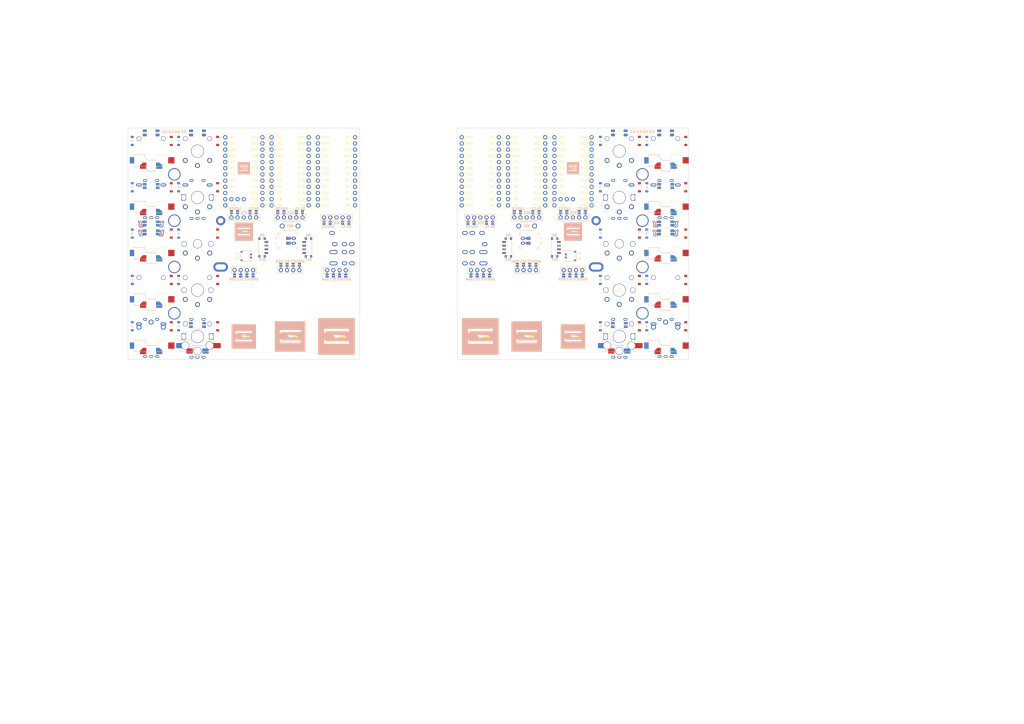
<source format=kicad_pcb>
(kicad_pcb (version 20240108) (generator "ergogen") (generator_version "4.1.0")
  (title_block (title "choc_demo") (date "2024-11-26") (rev "0.1") (company "Unknown"))
  (layers (0 "F.Cu" signal) (31 "B.Cu" signal) (34 "B.Paste" user) (35 "F.Paste" user) (36 "B.SilkS" user "B.Silkscreen") (37 "F.SilkS" user "F.Silkscreen") (38 "B.Mask" user) (39 "F.Mask" user) (44 "Edge.Cuts" user))
  (net 0 "")
  (net 1 "c1")
  (net 2 "c1_r1")
  (net 3 "GND")
  (net 4 "D1")
  (net 5 "D2")
  (net 6 "mirror_c1_r1")
  (net 7 "c1_r2")
  (net 8 "mirror_c1_r2")
  (net 9 "c1_r3")
  (net 10 "mirror_c1_r3")
  (net 11 "c1_r4")
  (net 12 "mirror_c1_r4")
  (net 13 "c1_r5")
  (net 14 "mirror_c1_r5")
  (net 15 "c2")
  (net 16 "c2_r1")
  (net 17 "mirror_c2_r1")
  (net 18 "c2_r2")
  (net 19 "mirror_c2_r2")
  (net 20 "c2_r3")
  (net 21 "mirror_c2_r3")
  (net 22 "c2_r4")
  (net 23 "r4")
  (net 24 "mirror_c2_r4")
  (net 25 "c2_r5")
  (net 26 "LED_3")
  (net 27 "LED_2")
  (net 28 "mirror_c2_r5")
  (net 29 "r5")
  (net 30 "r3")
  (net 31 "r2")
  (net 32 "r1")
  (net 33 "VCC")
  (net 34 "LED_U_1")
  (net 35 "LED")
  (net 36 "RAW")
  (net 37 "RST")
  (net 38 "P21")
  (net 39 "P20")
  (net 40 "P19")
  (net 41 "P18")
  (net 42 "P15")
  (net 43 "P14")
  (net 44 "P16")
  (net 45 "P10")
  (net 46 "P1")
  (net 47 "P0")
  (net 48 "P2")
  (net 49 "P3")
  (net 50 "P4")
  (net 51 "P5")
  (net 52 "P6")
  (net 53 "P7")
  (net 54 "P8")
  (net 55 "P9")
  (net 56 "P101")
  (net 57 "P102")
  (net 58 "P107")
  (net 59 "MCU1_24")
  (net 60 "MCU1_1")
  (net 61 "MCU1_23")
  (net 62 "MCU1_2")
  (net 63 "MCU1_22")
  (net 64 "MCU1_3")
  (net 65 "MCU1_21")
  (net 66 "MCU1_4")
  (net 67 "MCU1_20")
  (net 68 "MCU1_5")
  (net 69 "MCU1_19")
  (net 70 "MCU1_6")
  (net 71 "MCU1_18")
  (net 72 "MCU1_7")
  (net 73 "MCU1_17")
  (net 74 "MCU1_8")
  (net 75 "MCU1_16")
  (net 76 "MCU1_9")
  (net 77 "MCU1_15")
  (net 78 "MCU1_10")
  (net 79 "MCU1_14")
  (net 80 "MCU1_11")
  (net 81 "MCU1_13")
  (net 82 "MCU1_12")
  (net 83 "MCU2_24")
  (net 84 "MCU2_1")
  (net 85 "MCU2_23")
  (net 86 "MCU2_2")
  (net 87 "MCU2_22")
  (net 88 "MCU2_3")
  (net 89 "MCU2_21")
  (net 90 "MCU2_4")
  (net 91 "MCU2_20")
  (net 92 "MCU2_5")
  (net 93 "MCU2_19")
  (net 94 "MCU2_6")
  (net 95 "MCU2_18")
  (net 96 "MCU2_7")
  (net 97 "MCU2_17")
  (net 98 "MCU2_8")
  (net 99 "MCU2_16")
  (net 100 "MCU2_9")
  (net 101 "MCU2_15")
  (net 102 "MCU2_10")
  (net 103 "MCU2_14")
  (net 104 "MCU2_11")
  (net 105 "MCU2_13")
  (net 106 "MCU2_12")
  (net 107 "SDA")
  (net 108 "SCL")
  (net 109 "CS")
  (net 110 "DISP1_1")
  (net 111 "DISP1_2")
  (net 112 "DISP1_4")
  (net 113 "DISP1_5")
  (net 114 "DISP2_1")
  (net 115 "DISP2_2")
  (net 116 "DISP2_4")
  (net 117 "DISP2_5")
  (net 118 "MCU3_24")
  (net 119 "MCU3_1")
  (net 120 "MCU3_23")
  (net 121 "MCU3_2")
  (net 122 "MCU3_22")
  (net 123 "MCU3_3")
  (net 124 "MCU3_21")
  (net 125 "MCU3_4")
  (net 126 "MCU3_20")
  (net 127 "MCU3_5")
  (net 128 "MCU3_19")
  (net 129 "MCU3_6")
  (net 130 "MCU3_18")
  (net 131 "MCU3_7")
  (net 132 "MCU3_17")
  (net 133 "MCU3_8")
  (net 134 "MCU3_16")
  (net 135 "MCU3_9")
  (net 136 "MCU3_15")
  (net 137 "MCU3_10")
  (net 138 "MCU3_14")
  (net 139 "MCU3_11")
  (net 140 "MCU3_13")
  (net 141 "MCU3_12")
  (net 142 "MCU4_24")
  (net 143 "MCU4_1")
  (net 144 "MCU4_23")
  (net 145 "MCU4_2")
  (net 146 "MCU4_22")
  (net 147 "MCU4_3")
  (net 148 "MCU4_21")
  (net 149 "MCU4_4")
  (net 150 "MCU4_20")
  (net 151 "MCU4_5")
  (net 152 "MCU4_19")
  (net 153 "MCU4_6")
  (net 154 "MCU4_18")
  (net 155 "MCU4_7")
  (net 156 "MCU4_17")
  (net 157 "MCU4_8")
  (net 158 "MCU4_16")
  (net 159 "MCU4_9")
  (net 160 "MCU4_15")
  (net 161 "MCU4_10")
  (net 162 "MCU4_14")
  (net 163 "MCU4_11")
  (net 164 "MCU4_13")
  (net 165 "MCU4_12")
  (net 166 "DISP3_1")
  (net 167 "DISP3_2")
  (net 168 "DISP3_4")
  (net 169 "DISP3_5")
  (net 170 "DISP4_1")
  (net 171 "DISP4_2")
  (net 172 "DISP4_4")
  (net 173 "DISP4_5")
  (net 174 "BAT_P")
  (net 175 "JST1_1")
  (net 176 "JST1_2")
  (net 177 "JST2_1")
  (net 178 "JST2_2")
  (net 179 "MCU5_24")
  (net 180 "MCU5_1")
  (net 181 "MCU5_23")
  (net 182 "MCU5_2")
  (net 183 "MCU5_22")
  (net 184 "MCU5_3")
  (net 185 "MCU5_21")
  (net 186 "MCU5_4")
  (net 187 "MCU5_20")
  (net 188 "MCU5_5")
  (net 189 "MCU5_19")
  (net 190 "MCU5_6")
  (net 191 "MCU5_18")
  (net 192 "MCU5_7")
  (net 193 "MCU5_17")
  (net 194 "MCU5_8")
  (net 195 "MCU5_16")
  (net 196 "MCU5_9")
  (net 197 "MCU5_15")
  (net 198 "MCU5_10")
  (net 199 "MCU5_14")
  (net 200 "MCU5_11")
  (net 201 "MCU5_13")
  (net 202 "MCU5_12")
  (net 203 "MCU6_24")
  (net 204 "MCU6_1")
  (net 205 "MCU6_23")
  (net 206 "MCU6_2")
  (net 207 "MCU6_22")
  (net 208 "MCU6_3")
  (net 209 "MCU6_21")
  (net 210 "MCU6_4")
  (net 211 "MCU6_20")
  (net 212 "MCU6_5")
  (net 213 "MCU6_19")
  (net 214 "MCU6_6")
  (net 215 "MCU6_18")
  (net 216 "MCU6_7")
  (net 217 "MCU6_17")
  (net 218 "MCU6_8")
  (net 219 "MCU6_16")
  (net 220 "MCU6_9")
  (net 221 "MCU6_15")
  (net 222 "MCU6_10")
  (net 223 "MCU6_14")
  (net 224 "MCU6_11")
  (net 225 "MCU6_13")
  (net 226 "MCU6_12")
  (net 227 "DISP5_1")
  (net 228 "DISP5_2")
  (net 229 "DISP5_4")
  (net 230 "DISP5_5")
  (net 231 "DISP6_1")
  (net 232 "DISP6_2")
  (net 233 "DISP6_4")
  (net 234 "DISP6_5")
  (net 235 "R1")
  (net 236 "DAT")
  (net 237 "DISP7_1")
  (net 238 "DISP7_2")
  (net 239 "DISP7_3")
  (net 240 "DISP7_4")
  (net 241 "DISP8_1")
  (net 242 "DISP8_2")
  (net 243 "DISP8_3")
  (net 244 "DISP8_4")
  (net 245 "DISP9_1")
  (net 246 "DISP9_2")
  (net 247 "DISP9_3")
  (net 248 "DISP9_4")
  (net 249 "DISP10_1")
  (net 250 "DISP10_2")
  (net 251 "DISP10_3")
  (net 252 "DISP10_4")
  (net 253 "DISP11_1")
  (net 254 "DISP11_2")
  (net 255 "DISP11_3")
  (net 256 "DISP11_4")
  (net 257 "DISP12_1")
  (net 258 "DISP12_2")
  (net 259 "DISP12_3")
  (net 260 "DISP12_4")
  (net 261 "RE_A")
  (net 262 "RE_C")
  (footprint "ceoloide:switch_choc_v1_v2" (layer "B.Cu") (at 62 62 180)
    (property "Reference" "S1" hide)
  )
  (footprint "ceoloide:switch_choc_v1_v2" (layer "B.Cu") (at 273 62 -180)
    (property "Reference" "S2" hide)
  )
  (footprint "ceoloide:switch_choc_v1_v2" (layer "B.Cu") (at 62 81 180)
    (property "Reference" "S3" hide)
  )
  (footprint "ceoloide:switch_choc_v1_v2" (layer "B.Cu") (at 273 81 -180)
    (property "Reference" "S4" hide)
  )
  (footprint "ceoloide:switch_choc_v1_v2" (layer "B.Cu") (at 62 100 180)
    (property "Reference" "S5" hide)
  )
  (footprint "ceoloide:switch_choc_v1_v2" (layer "B.Cu") (at 273 100 -180)
    (property "Reference" "S6" hide)
  )
  (footprint "ceoloide:switch_choc_v1_v2" (layer "B.Cu") (at 62 119 180)
    (property "Reference" "S7" hide)
  )
  (footprint "ceoloide:switch_choc_v1_v2" (layer "B.Cu") (at 273 119 -180)
    (property "Reference" "S8" hide)
  )
  (footprint "ceoloide:switch_choc_v1_v2" (layer "B.Cu") (at 62 138 180)
    (property "Reference" "S9" hide)
  )
  (footprint "ceoloide:switch_choc_v1_v2" (layer "B.Cu") (at 273 138 -180)
    (property "Reference" "S10" hide)
  )
  (footprint "ceoloide:switch_choc_v1_v2" (layer "B.Cu") (at 81 62 180)
    (property "Reference" "S11" hide)
  )
  (footprint "ceoloide:switch_choc_v1_v2" (layer "B.Cu") (at 254 62 -180)
    (property "Reference" "S12" hide)
  )
  (footprint "ceoloide:switch_choc_v1_v2" (layer "B.Cu") (at 81 81 180)
    (property "Reference" "S13" hide)
  )
  (footprint "ceoloide:switch_choc_v1_v2" (layer "B.Cu") (at 254 81 -180)
    (property "Reference" "S14" hide)
  )
  (footprint "ceoloide:switch_choc_v1_v2" (layer "B.Cu") (at 81 100 180)
    (property "Reference" "S15" hide)
  )
  (footprint "ceoloide:switch_choc_v1_v2" (layer "B.Cu") (at 254 100 -180)
    (property "Reference" "S16" hide)
  )
  (footprint "ceoloide:switch_choc_v1_v2" (layer "B.Cu") (at 81 119 180)
    (property "Reference" "S17" hide)
  )
  (footprint "ceoloide:switch_choc_v1_v2" (layer "B.Cu") (at 254 119 -180)
    (property "Reference" "S18" hide)
  )
  (footprint "ceoloide:switch_choc_v1_v2" (layer "B.Cu") (at 81 138 180)
    (property "Reference" "S19" hide)
  )
  (footprint "ceoloide:switch_choc_v1_v2" (layer "B.Cu") (at 254 138 -180)
    (property "Reference" "S20" hide)
  )
  (footprint "ceoloide:diode_tht_sod123" (layer "B.Cu") (at 54.25 133.8 -90)
    (property "Reference" "D1" hide)
  )
  (footprint "ceoloide:diode_tht_sod123" (layer "B.Cu") (at 54.25 114.8 -90)
    (property "Reference" "D2" hide)
  )
  (footprint "ceoloide:diode_tht_sod123" (layer "B.Cu") (at 54.25 95.8 -90)
    (property "Reference" "D3" hide)
  )
  (footprint "ceoloide:diode_tht_sod123" (layer "B.Cu") (at 54.25 76.8 -90)
    (property "Reference" "D4" hide)
  )
  (footprint "ceoloide:diode_tht_sod123" (layer "B.Cu") (at 54.25 57.8 -90)
    (property "Reference" "D5" hide)
  )
  (footprint "ceoloide:diode_tht_sod123" (layer "B.Cu") (at 73.25 133.8 -90)
    (property "Reference" "D6" hide)
  )
  (footprint "ceoloide:diode_tht_sod123" (layer "B.Cu") (at 73.25 114.8 -90)
    (property "Reference" "D7" hide)
  )
  (footprint "ceoloide:diode_tht_sod123" (layer "B.Cu") (at 73.25 95.8 -90)
    (property "Reference" "D8" hide)
  )
  (footprint "ceoloide:diode_tht_sod123" (layer "B.Cu") (at 73.25 76.8 -90)
    (property "Reference" "D9" hide)
  )
  (footprint "ceoloide:diode_tht_sod123" (layer "B.Cu") (at 73.25 57.8 -90)
    (property "Reference" "D10" hide)
  )
  (footprint "ceoloide:diode_tht_sod123" (layer "B.Cu") (at 265.25 133.8 -90)
    (property "Reference" "D11" hide)
  )
  (footprint "ceoloide:diode_tht_sod123" (layer "B.Cu") (at 265.25 114.8 -90)
    (property "Reference" "D12" hide)
  )
  (footprint "ceoloide:diode_tht_sod123" (layer "B.Cu") (at 265.25 95.8 -90)
    (property "Reference" "D13" hide)
  )
  (footprint "ceoloide:diode_tht_sod123" (layer "B.Cu") (at 265.25 76.8 -90)
    (property "Reference" "D14" hide)
  )
  (footprint "ceoloide:diode_tht_sod123" (layer "B.Cu") (at 265.25 57.8 -90)
    (property "Reference" "D15" hide)
  )
  (footprint "ceoloide:diode_tht_sod123" (layer "B.Cu") (at 246.25 133.8 -90)
    (property "Reference" "D16" hide)
  )
  (footprint "ceoloide:diode_tht_sod123" (layer "B.Cu") (at 246.25 114.8 -90)
    (property "Reference" "D17" hide)
  )
  (footprint "ceoloide:diode_tht_sod123" (layer "B.Cu") (at 246.25 95.8 -90)
    (property "Reference" "D18" hide)
  )
  (footprint "ceoloide:diode_tht_sod123" (layer "B.Cu") (at 246.25 76.8 -90)
    (property "Reference" "D19" hide)
  )
  (footprint "ceoloide:diode_tht_sod123" (layer "B.Cu") (at 246.25 57.8 -90)
    (property "Reference" "D20" hide)
  )
  (footprint "ceoloide:diode_tht_sod123" (layer "F.Cu") (at 70.25 133.8 -90)
    (property "Reference" "D21" hide)
  )
  (footprint "ceoloide:diode_tht_sod123" (layer "F.Cu") (at 70.25 114.8 -90)
    (property "Reference" "D22" hide)
  )
  (footprint "ceoloide:diode_tht_sod123" (layer "F.Cu") (at 70.25 95.8 -90)
    (property "Reference" "D23" hide)
  )
  (footprint "ceoloide:diode_tht_sod123" (layer "F.Cu") (at 70.25 76.8 -90)
    (property "Reference" "D24" hide)
  )
  (footprint "ceoloide:diode_tht_sod123" (layer "F.Cu") (at 70.25 57.8 -90)
    (property "Reference" "D25" hide)
  )
  (footprint "ceoloide:diode_tht_sod123" (layer "F.Cu") (at 89.25 133.8 -90)
    (property "Reference" "D26" hide)
  )
  (footprint "ceoloide:diode_tht_sod123" (layer "F.Cu") (at 89.25 114.8 -90)
    (property "Reference" "D27" hide)
  )
  (footprint "ceoloide:diode_tht_sod123" (layer "F.Cu") (at 89.25 95.8 -90)
    (property "Reference" "D28" hide)
  )
  (footprint "ceoloide:diode_tht_sod123" (layer "F.Cu") (at 89.25 76.8 -90)
    (property "Reference" "D29" hide)
  )
  (footprint "ceoloide:diode_tht_sod123" (layer "F.Cu") (at 89.25 57.8 -90)
    (property "Reference" "D30" hide)
  )
  (footprint "ceoloide:diode_tht_sod123" (layer "F.Cu") (at 281.25 133.8 -90)
    (property "Reference" "D31" hide)
  )
  (footprint "ceoloide:diode_tht_sod123" (layer "F.Cu") (at 281.25 114.8 -90)
    (property "Reference" "D32" hide)
  )
  (footprint "ceoloide:diode_tht_sod123" (layer "F.Cu") (at 281.25 95.8 -90)
    (property "Reference" "D33" hide)
  )
  (footprint "ceoloide:diode_tht_sod123" (layer "F.Cu") (at 281.25 76.8 -90)
    (property "Reference" "D34" hide)
  )
  (footprint "ceoloide:diode_tht_sod123" (layer "F.Cu") (at 281.25 57.8 -90)
    (property "Reference" "D35" hide)
  )
  (footprint "ceoloide:diode_tht_sod123" (layer "F.Cu") (at 262.25 133.8 -90)
    (property "Reference" "D36" hide)
  )
  (footprint "ceoloide:diode_tht_sod123" (layer "F.Cu") (at 262.25 114.8 -90)
    (property "Reference" "D37" hide)
  )
  (footprint "ceoloide:diode_tht_sod123" (layer "F.Cu") (at 262.25 95.8 -90)
    (property "Reference" "D38" hide)
  )
  (footprint "ceoloide:diode_tht_sod123" (layer "F.Cu") (at 262.25 76.8 -90)
    (property "Reference" "D39" hide)
  )
  (footprint "ceoloide:diode_tht_sod123" (layer "F.Cu") (at 262.25 57.8 -90)
    (property "Reference" "D40" hide)
  )
  (footprint "ceoloide:mounting_hole_npth" (layer "F.Cu") (at 71.5 128.5 0)
    (property "Reference" "MH1" hide)
  )
  (footprint "ceoloide:mounting_hole_npth" (layer "F.Cu") (at 71.5 109.5 0)
    (property "Reference" "MH2" hide)
  )
  (footprint "ceoloide:mounting_hole_npth" (layer "F.Cu") (at 71.5 90.5 0)
    (property "Reference" "MH3" hide)
  )
  (footprint "ceoloide:mounting_hole_npth" (layer "F.Cu") (at 71.5 71.5 0)
    (property "Reference" "MH4" hide)
  )
  (footprint "ceoloide:mounting_hole_npth" (layer "F.Cu") (at 263.5 128.5 0)
    (property "Reference" "MH5" hide)
  )
  (footprint "ceoloide:mounting_hole_npth" (layer "F.Cu") (at 263.5 109.5 0)
    (property "Reference" "MH6" hide)
  )
  (footprint "ceoloide:mounting_hole_npth" (layer "F.Cu") (at 263.5 90.5 0)
    (property "Reference" "MH7" hide)
  )
  (footprint "ceoloide:mounting_hole_npth" (layer "F.Cu") (at 263.5 71.5 0)
    (property "Reference" "MH8" hide)
  )
  (footprint "ceoloide:led_SK6812mini-e (per-key, reversible)" (layer "B.Cu") (at 62 76.3 0)
    (property "Reference" "LED1" hide)
    (fp_rect (start -1.8 -1.55) (end 1.8 1.55) (layer "Edge.Cuts") (stroke (width 0.12)) (fill none))
  )
  (footprint "ceoloide:led_SK6812mini-e (per-key, reversible)" (layer "B.Cu") (at 273 76.3 0)
    (property "Reference" "LED2" hide)
    (fp_rect (start -1.8 -1.55) (end 1.8 1.55) (layer "Edge.Cuts") (stroke (width 0.12)) (fill none))
  )
  (footprint "ceoloide:led_SK6812mini-e (per-key, reversible)" (layer "B.Cu") (at 62 95.3 0)
    (property "Reference" "LED3" hide)
    (fp_rect (start -1.8 -1.55) (end 1.8 1.55) (layer "Edge.Cuts") (stroke (width 0.12)) (fill none))
  )
  (segment (start 65.4 94.6) (end 66.06 95.194084) (width 0.25) (layer "F.Cu") (net 33))
  (segment (start 66.06 95.194084) (end 66.06 96) (width 0.25) (layer "F.Cu") (net 33))
  (segment (start 64.7 94.6) (end 65.4 94.6) (width 0.25) (layer "F.Cu") (net 33))
  (via (at 66.06 96) (size 0.8) (drill 0.4) (layers "F.Cu" "B.Cu") (net 33))
  (segment (start 64.7 96) (end 66.06 96) (width 0.25) (layer "B.Cu") (net 33))
  (segment (start 66.95 94.6) (end 64.7 94.6) (width 0.25) (layer "B.Cu") (net 26))
  (via (at 66.95 94.6) (size 0.8) (drill 0.4) (layers "F.Cu" "B.Cu") (net 26))
  (segment (start 64.7 96) (end 65.481 96.785) (width 0.25) (layer "F.Cu") (net 26))
  (segment (start 65.481 96.785) (end 66.529 96.785) (width 0.25) (layer "F.Cu") (net 26))
  (segment (start 66.95 96.36) (end 66.95 94.6) (width 0.25) (layer "F.Cu") (net 26))
  (segment (start 66.529 96.785) (end 66.95 96.36) (width 0.25) (layer "F.Cu") (net 26))
  (segment (start 58.6 94.6) (end 57.94 95.194084) (width 0.25) (layer "B.Cu") (net 3))
  (segment (start 57.94 95.194084) (end 57.94 96) (width 0.25) (layer "B.Cu") (net 3))
  (segment (start 59.3 94.6) (end 58.6 94.6) (width 0.25) (layer "B.Cu") (net 3))
  (via (at 57.94 96) (size 0.8) (drill 0.4) (layers "F.Cu" "B.Cu") (net 3))
  (segment (start 59.3 96) (end 57.94 96) (width 0.25) (layer "F.Cu") (net 3))
  (segment (start 57.05 94.6) (end 59.3 94.6) (width 0.25) (layer "F.Cu") (net 27))
  (via (at 57.05 94.6) (size 0.8) (drill 0.4) (layers "F.Cu" "B.Cu") (net 27))
  (segment (start 59.3 96) (end 58.519 96.785) (width 0.25) (layer "B.Cu") (net 27))
  (segment (start 58.519 96.785) (end 57.471000000000004 96.785) (width 0.25) (layer "B.Cu") (net 27))
  (segment (start 57.05 96.36) (end 57.05 94.6) (width 0.25) (layer "B.Cu") (net 27))
  (segment (start 57.471000000000004 96.785) (end 57.05 96.36) (width 0.25) (layer "B.Cu") (net 27))
  (footprint "ceoloide:led_SK6812mini-e (per-key, reversible)" (layer "B.Cu") (at 273 95.3 0)
    (property "Reference" "LED4" hide)
    (fp_rect (start -1.8 -1.55) (end 1.8 1.55) (layer "Edge.Cuts") (stroke (width 0.12)) (fill none))
  )
  (segment (start 276.4 94.6) (end 277.06 95.194084) (width 0.25) (layer "F.Cu") (net 33))
  (segment (start 277.06 95.194084) (end 277.06 96) (width 0.25) (layer "F.Cu") (net 33))
  (segment (start 275.7 94.6) (end 276.4 94.6) (width 0.25) (layer "F.Cu") (net 33))
  (via (at 277.06 96) (size 0.8) (drill 0.4) (layers "F.Cu" "B.Cu") (net 33))
  (segment (start 275.7 96) (end 277.06 96) (width 0.25) (layer "B.Cu") (net 33))
  (segment (start 277.95 94.6) (end 275.7 94.6) (width 0.25) (layer "B.Cu") (net 26))
  (via (at 277.95 94.6) (size 0.8) (drill 0.4) (layers "F.Cu" "B.Cu") (net 26))
  (segment (start 275.7 96) (end 276.481 96.785) (width 0.25) (layer "F.Cu") (net 26))
  (segment (start 276.481 96.785) (end 277.529 96.785) (width 0.25) (layer "F.Cu") (net 26))
  (segment (start 277.95 96.36) (end 277.95 94.6) (width 0.25) (layer "F.Cu") (net 26))
  (segment (start 277.529 96.785) (end 277.95 96.36) (width 0.25) (layer "F.Cu") (net 26))
  (segment (start 269.6 94.6) (end 268.94 95.194084) (width 0.25) (layer "B.Cu") (net 3))
  (segment (start 268.94 95.194084) (end 268.94 96) (width 0.25) (layer "B.Cu") (net 3))
  (segment (start 270.3 94.6) (end 269.6 94.6) (width 0.25) (layer "B.Cu") (net 3))
  (via (at 268.94 96) (size 0.8) (drill 0.4) (layers "F.Cu" "B.Cu") (net 3))
  (segment (start 270.3 96) (end 268.94 96) (width 0.25) (layer "F.Cu") (net 3))
  (segment (start 268.05 94.6) (end 270.3 94.6) (width 0.25) (layer "F.Cu") (net 27))
  (via (at 268.05 94.6) (size 0.8) (drill 0.4) (layers "F.Cu" "B.Cu") (net 27))
  (segment (start 270.3 96) (end 269.519 96.785) (width 0.25) (layer "B.Cu") (net 27))
  (segment (start 269.519 96.785) (end 268.471 96.785) (width 0.25) (layer "B.Cu") (net 27))
  (segment (start 268.05 96.36) (end 268.05 94.6) (width 0.25) (layer "B.Cu") (net 27))
  (segment (start 268.471 96.785) (end 268.05 96.36) (width 0.25) (layer "B.Cu") (net 27))
  (footprint "ceoloide:led_SK6812mini-e (per-key, reversible)" (layer "B.Cu") (at 81 133.3 0)
    (property "Reference" "LED5" hide)
    (fp_rect (start -1.8 -1.55) (end 1.8 1.55) (layer "Edge.Cuts") (stroke (width 0.12)) (fill none))
  )
  (footprint "ceoloide:led_SK6812mini-e (per-key, reversible)" (layer "B.Cu") (at 254 133.3 0)
    (property "Reference" "LED6" hide)
    (fp_rect (start -1.8 -1.55) (end 1.8 1.55) (layer "Edge.Cuts") (stroke (width 0.12)) (fill none))
  )
  (footprint "ceoloide:led_SK6812mini-e (underglow, reversible)" (layer "B.Cu") (at 62 91.65 0)
    (property "Reference" "LED7" hide)
    (fp_rect (start -1.8 -1.55) (end 1.8 1.55) (layer "Edge.Cuts") (stroke (width 0.12)) (fill none))
  )
  (segment (start 65.4 90.95) (end 66.06 91.54408400000001) (width 0.25) (layer "B.Cu") (net 33))
  (segment (start 66.06 91.54408400000001) (end 66.06 92.35000000000001) (width 0.25) (layer "B.Cu") (net 33))
  (segment (start 64.7 90.95) (end 65.4 90.95) (width 0.25) (layer "B.Cu") (net 33))
  (via (at 66.06 92.35000000000001) (size 0.8) (drill 0.4) (layers "F.Cu" "B.Cu") (net 33))
  (segment (start 64.7 92.35000000000001) (end 66.06 92.35000000000001) (width 0.25) (layer "F.Cu") (net 33))
  (segment (start 66.95 90.95) (end 64.7 90.95) (width 0.25) (layer "F.Cu") (net 27))
  (via (at 66.95 90.95) (size 0.8) (drill 0.4) (layers "F.Cu" "B.Cu") (net 27))
  (segment (start 64.7 92.35000000000001) (end 65.481 93.135) (width 0.25) (layer "B.Cu") (net 27))
  (segment (start 65.481 93.135) (end 66.529 93.135) (width 0.25) (layer "B.Cu") (net 27))
  (segment (start 66.95 92.71000000000001) (end 66.95 90.95) (width 0.25) (layer "B.Cu") (net 27))
  (segment (start 66.529 93.135) (end 66.95 92.71000000000001) (width 0.25) (layer "B.Cu") (net 27))
  (segment (start 58.6 90.95) (end 57.94 91.54408400000001) (width 0.25) (layer "F.Cu") (net 3))
  (segment (start 57.94 91.54408400000001) (end 57.94 92.35000000000001) (width 0.25) (layer "F.Cu") (net 3))
  (segment (start 59.3 90.95) (end 58.6 90.95) (width 0.25) (layer "F.Cu") (net 3))
  (via (at 57.94 92.35000000000001) (size 0.8) (drill 0.4) (layers "F.Cu" "B.Cu") (net 3))
  (segment (start 59.3 92.35000000000001) (end 57.94 92.35000000000001) (width 0.25) (layer "B.Cu") (net 3))
  (segment (start 57.05 90.95) (end 59.3 90.95) (width 0.25) (layer "B.Cu") (net 34))
  (via (at 57.05 90.95) (size 0.8) (drill 0.4) (layers "F.Cu" "B.Cu") (net 34))
  (segment (start 59.3 92.35000000000001) (end 58.519 93.135) (width 0.25) (layer "F.Cu") (net 34))
  (segment (start 58.519 93.135) (end 57.471000000000004 93.135) (width 0.25) (layer "F.Cu") (net 34))
  (segment (start 57.05 92.71000000000001) (end 57.05 90.95) (width 0.25) (layer "F.Cu") (net 34))
  (segment (start 57.471000000000004 93.135) (end 57.05 92.71000000000001) (width 0.25) (layer "F.Cu") (net 34))
  (footprint "ceoloide:led_SK6812mini-e (underglow, reversible)" (layer "B.Cu") (at 273 91.65 0)
    (property "Reference" "LED8" hide)
    (fp_rect (start -1.8 -1.55) (end 1.8 1.55) (layer "Edge.Cuts") (stroke (width 0.12)) (fill none))
  )
  (segment (start 276.4 90.95) (end 277.06 91.54408400000001) (width 0.25) (layer "B.Cu") (net 33))
  (segment (start 277.06 91.54408400000001) (end 277.06 92.35000000000001) (width 0.25) (layer "B.Cu") (net 33))
  (segment (start 275.7 90.95) (end 276.4 90.95) (width 0.25) (layer "B.Cu") (net 33))
  (via (at 277.06 92.35000000000001) (size 0.8) (drill 0.4) (layers "F.Cu" "B.Cu") (net 33))
  (segment (start 275.7 92.35000000000001) (end 277.06 92.35000000000001) (width 0.25) (layer "F.Cu") (net 33))
  (segment (start 277.95 90.95) (end 275.7 90.95) (width 0.25) (layer "F.Cu") (net 27))
  (via (at 277.95 90.95) (size 0.8) (drill 0.4) (layers "F.Cu" "B.Cu") (net 27))
  (segment (start 275.7 92.35000000000001) (end 276.481 93.135) (width 0.25) (layer "B.Cu") (net 27))
  (segment (start 276.481 93.135) (end 277.529 93.135) (width 0.25) (layer "B.Cu") (net 27))
  (segment (start 277.95 92.71000000000001) (end 277.95 90.95) (width 0.25) (layer "B.Cu") (net 27))
  (segment (start 277.529 93.135) (end 277.95 92.71000000000001) (width 0.25) (layer "B.Cu") (net 27))
  (segment (start 269.6 90.95) (end 268.94 91.54408400000001) (width 0.25) (layer "F.Cu") (net 3))
  (segment (start 268.94 91.54408400000001) (end 268.94 92.35000000000001) (width 0.25) (layer "F.Cu") (net 3))
  (segment (start 270.3 90.95) (end 269.6 90.95) (width 0.25) (layer "F.Cu") (net 3))
  (via (at 268.94 92.35000000000001) (size 0.8) (drill 0.4) (layers "F.Cu" "B.Cu") (net 3))
  (segment (start 270.3 92.35000000000001) (end 268.94 92.35000000000001) (width 0.25) (layer "B.Cu") (net 3))
  (segment (start 268.05 90.95) (end 270.3 90.95) (width 0.25) (layer "B.Cu") (net 34))
  (via (at 268.05 90.95) (size 0.8) (drill 0.4) (layers "F.Cu" "B.Cu") (net 34))
  (segment (start 270.3 92.35000000000001) (end 269.519 93.135) (width 0.25) (layer "F.Cu") (net 34))
  (segment (start 269.519 93.135) (end 268.471 93.135) (width 0.25) (layer "F.Cu") (net 34))
  (segment (start 268.05 92.71000000000001) (end 268.05 90.95) (width 0.25) (layer "F.Cu") (net 34))
  (segment (start 268.471 93.135) (end 268.05 92.71000000000001) (width 0.25) (layer "F.Cu") (net 34))
  (gr_text "JLCJLCJLCJLC" (at 71.5 54 0) (layer "F.SilkS") (effects (font (size 1 1))))
  (gr_text "JLCJLCJLCJLC" (at 71.5 54 0) (layer "B.SilkS") (effects (font (size 1 1)) (justify mirror)))
  (gr_text "JLCJLCJLCJLC" (at 263.5 54 0) (layer "F.SilkS") (effects (font (size 1 1))))
  (gr_text "JLCJLCJLCJLC" (at 263.5 54 0) (layer "B.SilkS") (effects (font (size 1 1)) (justify mirror)))
  (footprint "ceoloide:mcu_nice_nano" (layer "F.Cu") (at 138 69 0)
    (property "Reference" "MCU1" hide)
  )
  (footprint "ceoloide:mcu_nice_nano" (layer "F.Cu") (at 197 69 0)
    (property "Reference" "MCU2" hide)
  )
  (footprint "ceoloide:display_nice_view" (layer F.Cu) (at 138 72.5 0)
    (property "Reference" "DISP1" hide)
  )
  (segment (start 132.92 89.2) (end 132.92 90.95) (width 0.25) (layer "F.Cu") (net 109))
  (segment (start 135.46 89.2) (end 135.46 90.95) (width 0.25) (layer "F.Cu") (net 3))
  (segment (start 140.54 89.2) (end 140.54 90.95) (width 0.25) (layer "F.Cu") (net 108))
  (segment (start 143.08 89.2) (end 143.08 90.95) (width 0.25) (layer "F.Cu") (net 107))
  (segment (start 132.92 89.2) (end 132.92 90.95) (width 0.25) (layer "B.Cu") (net 109))
  (segment (start 135.46 89.2) (end 135.46 90.95) (width 0.25) (layer "B.Cu") (net 3))
  (segment (start 140.54 89.2) (end 140.54 90.95) (width 0.25) (layer "B.Cu") (net 108))
  (segment (start 143.08 89.2) (end 143.08 90.95) (width 0.25) (layer "B.Cu") (net 107))
  (footprint "ceoloide:display_nice_view" (layer F.Cu) (at 197 72.5 0)
    (property "Reference" "DISP2" hide)
  )
  (segment (start 191.92 89.2) (end 191.92 90.95) (width 0.25) (layer "F.Cu") (net 109))
  (segment (start 194.46 89.2) (end 194.46 90.95) (width 0.25) (layer "F.Cu") (net 3))
  (segment (start 199.54 89.2) (end 199.54 90.95) (width 0.25) (layer "F.Cu") (net 108))
  (segment (start 202.08 89.2) (end 202.08 90.95) (width 0.25) (layer "F.Cu") (net 107))
  (segment (start 191.92 89.2) (end 191.92 90.95) (width 0.25) (layer "B.Cu") (net 109))
  (segment (start 194.46 89.2) (end 194.46 90.95) (width 0.25) (layer "B.Cu") (net 3))
  (segment (start 199.54 89.2) (end 199.54 90.95) (width 0.25) (layer "B.Cu") (net 108))
  (segment (start 202.08 89.2) (end 202.08 90.95) (width 0.25) (layer "B.Cu") (net 107))
  (footprint "ceoloide:mcu_nice_nano" (layer "F.Cu") (at 119 69 0)
    (property "Reference" "MCU3" hide)
  )
  (footprint "ceoloide:mcu_nice_nano" (layer "F.Cu") (at 216 69 0)
    (property "Reference" "MCU4" hide)
  )
  (footprint "ceoloide:display_nice_view" (layer F.Cu) (at 119 72.5 0)
    (property "Reference" "DISP3" hide)
  )
  (segment (start 113.92 89.2) (end 113.92 87.45) (width 0.25) (layer "F.Cu") (net 109))
  (segment (start 116.46 89.2) (end 116.46 87.45) (width 0.25) (layer "F.Cu") (net 3))
  (segment (start 121.54 89.2) (end 121.54 87.45) (width 0.25) (layer "F.Cu") (net 108))
  (segment (start 124.08 89.2) (end 124.08 87.45) (width 0.25) (layer "F.Cu") (net 107))
  (segment (start 113.92 89.2) (end 113.92 87.45) (width 0.25) (layer "B.Cu") (net 109))
  (segment (start 116.46 89.2) (end 116.46 87.45) (width 0.25) (layer "B.Cu") (net 3))
  (segment (start 121.54 89.2) (end 121.54 87.45) (width 0.25) (layer "B.Cu") (net 108))
  (segment (start 124.08 89.2) (end 124.08 87.45) (width 0.25) (layer "B.Cu") (net 107))
  (footprint "ceoloide:display_nice_view" (layer F.Cu) (at 216 72.5 0)
    (property "Reference" "DISP4" hide)
  )
  (segment (start 210.92 89.2) (end 210.92 87.45) (width 0.25) (layer "F.Cu") (net 109))
  (segment (start 213.46 89.2) (end 213.46 87.45) (width 0.25) (layer "F.Cu") (net 3))
  (segment (start 218.54 89.2) (end 218.54 87.45) (width 0.25) (layer "F.Cu") (net 108))
  (segment (start 221.08 89.2) (end 221.08 87.45) (width 0.25) (layer "F.Cu") (net 107))
  (segment (start 210.92 89.2) (end 210.92 87.45) (width 0.25) (layer "B.Cu") (net 109))
  (segment (start 213.46 89.2) (end 213.46 87.45) (width 0.25) (layer "B.Cu") (net 3))
  (segment (start 218.54 89.2) (end 218.54 87.45) (width 0.25) (layer "B.Cu") (net 108))
  (segment (start 221.08 89.2) (end 221.08 87.45) (width 0.25) (layer "B.Cu") (net 107))
  (footprint "ceoloide:mounting_hole_npth" (layer "F.Cu") (at 111.65 92.65 0)
    (property "Reference" "MH9" hide)
  )
  (footprint "ceoloide:mounting_hole_npth" (layer "F.Cu") (at 223.35 92.65 0)
    (property "Reference" "MH10" hide)
  )
  (footprint "ceoloide:mounting_hole_npth" (layer "F.Cu") (at 126.35 92.65 0)
    (property "Reference" "MH11" hide)
  )
  (footprint "ceoloide:mounting_hole_npth" (layer "F.Cu") (at 208.65 92.65 0)
    (property "Reference" "MH12" hide)
  )
  (footprint "ceoloide:battery_connector_jst_ph_2" (layer "F.Cu") (at 120.5 98.75 -90)
    (property "Reference" "JST1" hide)
  )
  (segment (start 118.7 97.75) (end 120.5 97.75) (width 0.25) (layer "F.Cu") (net 175))
  (segment (start 118.7 97.75) (end 120.5 97.75) (width 0.25) (layer "B.Cu") (net 175))
  (segment (start 118.7 99.75) (end 120.5 99.75) (width 0.25) (layer "F.Cu") (net 176))
  (segment (start 118.7 99.75) (end 120.5 99.75) (width 0.25) (layer "B.Cu") (net 176))
  (footprint "ceoloide:battery_connector_jst_ph_2" (layer "F.Cu") (at 214.5 98.75 90)
    (property "Reference" "JST2" hide)
  )
  (segment (start 216.3 99.75) (end 214.5 99.75) (width 0.25) (layer "F.Cu") (net 177))
  (segment (start 216.3 99.75) (end 214.5 99.75) (width 0.25) (layer "B.Cu") (net 177))
  (segment (start 216.3 97.75) (end 214.5 97.75) (width 0.25) (layer "F.Cu") (net 178))
  (segment (start 216.3 97.75) (end 214.5 97.75) (width 0.25) (layer "B.Cu") (net 178))
  (footprint "ceoloide:power_switch_smd_side" (layer "F.Cu") (at 126.5 101.5 0)
    (property "Reference" "PWR1" hide)
  )
  (footprint "ceoloide:power_switch_smd_side" (layer "F.Cu") (at 208.5 101.5 0)
    (property "Reference" "PWR2" hide)
  )
  (footprint "ceoloide:mcu_nice_nano" (layer "F.Cu") (at 100 69 0)
    (property "Reference" "MCU5" hide)
  )
  (footprint "ceoloide:mcu_nice_nano" (layer "F.Cu") (at 235 69 0)
    (property "Reference" "MCU6" hide)
  )
  (footprint "ceoloide:display_nice_view" (layer F.Cu) (at 100 72.5 0)
    (property "Reference" "DISP5" hide)
  )
  (segment (start 94.92 89.2) (end 94.92 87.45) (width 0.25) (layer "F.Cu") (net 109))
  (segment (start 97.46 89.2) (end 97.46 87.45) (width 0.25) (layer "F.Cu") (net 3))
  (segment (start 102.54 89.2) (end 102.54 87.45) (width 0.25) (layer "F.Cu") (net 108))
  (segment (start 105.08 89.2) (end 105.08 87.45) (width 0.25) (layer "F.Cu") (net 107))
  (segment (start 94.92 89.2) (end 94.92 87.45) (width 0.25) (layer "B.Cu") (net 109))
  (segment (start 97.46 89.2) (end 97.46 87.45) (width 0.25) (layer "B.Cu") (net 3))
  (segment (start 102.54 89.2) (end 102.54 87.45) (width 0.25) (layer "B.Cu") (net 108))
  (segment (start 105.08 89.2) (end 105.08 87.45) (width 0.25) (layer "B.Cu") (net 107))
  (footprint "ceoloide:display_nice_view" (layer F.Cu) (at 235 72.5 0)
    (property "Reference" "DISP6" hide)
  )
  (segment (start 229.92 89.2) (end 229.92 87.45) (width 0.25) (layer "F.Cu") (net 109))
  (segment (start 232.46 89.2) (end 232.46 87.45) (width 0.25) (layer "F.Cu") (net 3))
  (segment (start 237.54 89.2) (end 237.54 87.45) (width 0.25) (layer "F.Cu") (net 108))
  (segment (start 240.08 89.2) (end 240.08 87.45) (width 0.25) (layer "F.Cu") (net 107))
  (segment (start 229.92 89.2) (end 229.92 87.45) (width 0.25) (layer "B.Cu") (net 109))
  (segment (start 232.46 89.2) (end 232.46 87.45) (width 0.25) (layer "B.Cu") (net 3))
  (segment (start 237.54 89.2) (end 237.54 87.45) (width 0.25) (layer "B.Cu") (net 108))
  (segment (start 240.08 89.2) (end 240.08 87.45) (width 0.25) (layer "B.Cu") (net 107))
  (footprint "ceoloide:power_switch_smd_side" (layer "F.Cu") (at 107.5 101.5 180)
    (property "Reference" "PWR3" hide)
  )
  (footprint "ceoloide:power_switch_smd_side" (layer "F.Cu") (at 227.5 101.5 -180)
    (property "Reference" "PWR4" hide)
  )
  (footprint "ceoloide:reset_switch_smd_side" (layer "F.Cu") (at 81 54.5 0)
    (property "Reference" "RST1" hide)
  )
  (footprint "ceoloide:reset_switch_smd_side" (layer "F.Cu") (at 254 54.5 0)
    (property "Reference" "RST2" hide)
  )
  (footprint "ceoloide:reset_switch_smd_side" (layer "F.Cu") (at 62 54.5 0)
    (property "Reference" "RST3" hide)
  )
  (footprint "ceoloide:reset_switch_smd_side" (layer "F.Cu") (at 273 54.5 0)
    (property "Reference" "RST4" hide)
  )
  (module "ceoloide:reset_switch_tht_top" (layer F.Cu) (at 119 92.7 0)
    (property "Reference" "RST5" hide)
  )
  (module "ceoloide:reset_switch_tht_top" (layer F.Cu) (at 216 92.7 0)
    (property "Reference" "RST6" hide)
  )
  (footprint "ceoloide:trrs_pj320a" (layer "F.Cu") (at 147.5 97.85 -90)
    (property "Reference" "TRRS1" hide)
  )
  (footprint "ceoloide:trrs_pj320a" (layer "F.Cu") (at 187.5 97.85 90)
    (property "Reference" "TRRS2" hide)
  )
  (footprint "ceoloide:trrs_pj320a (reversible, symmetric)" (layer "F.Cu") (at 147.5 105.7 -90)
    (property "Reference" "TRRS3" hide)
  )
  (footprint "ceoloide:trrs_pj320a (reversible, symmetric)" (layer "F.Cu") (at 187.5 105.7 90)
    (property "Reference" "TRRS4" hide)
  )
  (footprint "ceoloide:display_ssd1306" (layer "F.Cu") (at 138 127.5 180)
    (property "Reference" "DISP7" hide)
  )
  (segment (start 141.81 110.8) (end 141.81 112.55) (width 0.25) (layer "F.Cu") (net 3))
  (segment (start 139.27 110.8) (end 139.27 112.55) (width 0.25) (layer "F.Cu") (net 33))
  (segment (start 136.73 110.8) (end 136.73 112.55) (width 0.25) (layer "F.Cu") (net 108))
  (segment (start 134.19 110.8) (end 134.19 112.55) (width 0.25) (layer "F.Cu") (net 107))
  (segment (start 141.81 110.8) (end 141.81 112.55) (width 0.25) (layer "B.Cu") (net 3))
  (segment (start 139.27 110.8) (end 139.27 112.55) (width 0.25) (layer "B.Cu") (net 33))
  (segment (start 136.73 110.8) (end 136.73 112.55) (width 0.25) (layer "B.Cu") (net 108))
  (segment (start 134.19 110.8) (end 134.19 112.55) (width 0.25) (layer "B.Cu") (net 107))
  (footprint "ceoloide:display_ssd1306" (layer "F.Cu") (at 197 127.5 -180)
    (property "Reference" "DISP8" hide)
  )
  (segment (start 200.81 110.8) (end 200.81 112.55) (width 0.25) (layer "F.Cu") (net 3))
  (segment (start 198.27 110.8) (end 198.27 112.55) (width 0.25) (layer "F.Cu") (net 33))
  (segment (start 195.73 110.8) (end 195.73 112.55) (width 0.25) (layer "F.Cu") (net 108))
  (segment (start 193.19 110.8) (end 193.19 112.55) (width 0.25) (layer "F.Cu") (net 107))
  (segment (start 200.81 110.8) (end 200.81 112.55) (width 0.25) (layer "B.Cu") (net 3))
  (segment (start 198.27 110.8) (end 198.27 112.55) (width 0.25) (layer "B.Cu") (net 33))
  (segment (start 195.73 110.8) (end 195.73 112.55) (width 0.25) (layer "B.Cu") (net 108))
  (segment (start 193.19 110.8) (end 193.19 112.55) (width 0.25) (layer "B.Cu") (net 107))
  (footprint "ceoloide:display_ssd1306" (layer "F.Cu") (at 119 127.5 180)
    (property "Reference" "DISP9" hide)
  )
  (segment (start 122.81 110.8) (end 122.81 109.05) (width 0.25) (layer "F.Cu") (net 3))
  (segment (start 120.27 110.8) (end 120.27 109.05) (width 0.25) (layer "F.Cu") (net 33))
  (segment (start 117.73 110.8) (end 117.73 109.05) (width 0.25) (layer "F.Cu") (net 108))
  (segment (start 115.19 110.8) (end 115.19 109.05) (width 0.25) (layer "F.Cu") (net 107))
  (segment (start 122.81 110.8) (end 122.81 109.05) (width 0.25) (layer "B.Cu") (net 3))
  (segment (start 120.27 110.8) (end 120.27 109.05) (width 0.25) (layer "B.Cu") (net 33))
  (segment (start 117.73 110.8) (end 117.73 109.05) (width 0.25) (layer "B.Cu") (net 108))
  (segment (start 115.19 110.8) (end 115.19 109.05) (width 0.25) (layer "B.Cu") (net 107))
  (footprint "ceoloide:display_ssd1306" (layer "F.Cu") (at 216 127.5 -180)
    (property "Reference" "DISP10" hide)
  )
  (segment (start 219.81 110.8) (end 219.81 109.05) (width 0.25) (layer "F.Cu") (net 3))
  (segment (start 217.27 110.8) (end 217.27 109.05) (width 0.25) (layer "F.Cu") (net 33))
  (segment (start 214.73 110.8) (end 214.73 109.05) (width 0.25) (layer "F.Cu") (net 108))
  (segment (start 212.19 110.8) (end 212.19 109.05) (width 0.25) (layer "F.Cu") (net 107))
  (segment (start 219.81 110.8) (end 219.81 109.05) (width 0.25) (layer "B.Cu") (net 3))
  (segment (start 217.27 110.8) (end 217.27 109.05) (width 0.25) (layer "B.Cu") (net 33))
  (segment (start 214.73 110.8) (end 214.73 109.05) (width 0.25) (layer "B.Cu") (net 108))
  (segment (start 212.19 110.8) (end 212.19 109.05) (width 0.25) (layer "B.Cu") (net 107))
  (footprint "ceoloide:display_ssd1306" (layer "F.Cu") (at 100 127.5 180)
    (property "Reference" "DISP11" hide)
  )
  (segment (start 103.81 110.8) (end 103.81 112.55) (width 0.25) (layer "F.Cu") (net 3))
  (segment (start 101.27 110.8) (end 101.27 112.55) (width 0.25) (layer "F.Cu") (net 33))
  (segment (start 98.73 110.8) (end 98.73 112.55) (width 0.25) (layer "F.Cu") (net 108))
  (segment (start 96.19 110.8) (end 96.19 112.55) (width 0.25) (layer "F.Cu") (net 107))
  (segment (start 103.81 110.8) (end 103.81 112.55) (width 0.25) (layer "B.Cu") (net 3))
  (segment (start 101.27 110.8) (end 101.27 112.55) (width 0.25) (layer "B.Cu") (net 33))
  (segment (start 98.73 110.8) (end 98.73 112.55) (width 0.25) (layer "B.Cu") (net 108))
  (segment (start 96.19 110.8) (end 96.19 112.55) (width 0.25) (layer "B.Cu") (net 107))
  (footprint "ceoloide:display_ssd1306" (layer "F.Cu") (at 235 127.5 -180)
    (property "Reference" "DISP12" hide)
  )
  (segment (start 238.81 110.8) (end 238.81 112.55) (width 0.25) (layer "F.Cu") (net 3))
  (segment (start 236.27 110.8) (end 236.27 112.55) (width 0.25) (layer "F.Cu") (net 33))
  (segment (start 233.73 110.8) (end 233.73 112.55) (width 0.25) (layer "F.Cu") (net 108))
  (segment (start 231.19 110.8) (end 231.19 112.55) (width 0.25) (layer "F.Cu") (net 107))
  (segment (start 238.81 110.8) (end 238.81 112.55) (width 0.25) (layer "B.Cu") (net 3))
  (segment (start 236.27 110.8) (end 236.27 112.55) (width 0.25) (layer "B.Cu") (net 33))
  (segment (start 233.73 110.8) (end 233.73 112.55) (width 0.25) (layer "B.Cu") (net 108))
  (segment (start 231.19 110.8) (end 231.19 112.55) (width 0.25) (layer "B.Cu") (net 107))
  (footprint "ceoloide:utility_ergogen_logo" (layer "F.Cu") (at 100 69 0)
    (property "Reference" "LOGO1" hide)
  )
  (footprint "ceoloide:utility_ergogen_logo" (layer "F.Cu") (at 235 69 0)
    (property "Reference" "LOGO2" hide)
  )
  (footprint "ceoloide:utility_ergogen_logo" (layer "F.Cu") (at 100 95 0)
    (property "Reference" "LOGO3" hide)
  )
  (footprint "ceoloide:utility_ergogen_logo" (layer "F.Cu") (at 235 95 0)
    (property "Reference" "LOGO4" hide)
  )
  (footprint "ceoloide:utility_ergogen_logo" (layer "F.Cu") (at 100 138 0)
    (property "Reference" "LOGO5" hide)
  )
  (footprint "ceoloide:utility_ergogen_logo" (layer "F.Cu") (at 235 138 0)
    (property "Reference" "LOGO6" hide)
  )
  (footprint "ceoloide:utility_ergogen_logo" (layer "F.Cu") (at 119 138 0)
    (property "Reference" "LOGO7" hide)
  )
  (footprint "ceoloide:utility_ergogen_logo" (layer "F.Cu") (at 216 138 0)
    (property "Reference" "LOGO8" hide)
  )
  (footprint "ceoloide:utility_ergogen_logo" (layer "F.Cu") (at 138 138 0)
    (property "Reference" "LOGO9" hide)
  )
  (footprint "ceoloide:utility_ergogen_logo" (layer "F.Cu") (at 197 138 0)
    (property "Reference" "LOGO10" hide)
  )
  (footprint "ceoloide:mounting_hole_plated" (layer "F.Cu") (at 90.5 90.5 0)
    (property "Reference" "H1" hide)
  )
  (footprint "ceoloide:mounting_hole_plated" (layer "F.Cu") (at 244.5 90.5 0)
    (property "Reference" "H2" hide)
  )
  (footprint "ceoloide:mounting_hole_plated" (layer "F.Cu") (at 90.5 109.5 90)
    (property "Reference" "H3" hide)
  )
  (footprint "ceoloide:mounting_hole_plated" (layer "F.Cu") (at 244.5 109.5 -90)
    (property "Reference" "H4" hide)
  )
  (footprint "ceoloide:utility_point_debugger" (layer "F.Cu") (at 100 100 0)
    (property "Reference" "P1" hide)
  )
  (footprint "ceoloide:utility_point_debugger" (layer "F.Cu") (at 235 100 0)
    (property "Reference" "P2" hide)
  )
  (footprint "ceoloide:battery_connector_molex_pico_ezmate_1x02" (layer "F.Cu") (at 101 105 -90)
    (property "Reference" "CONN1" hide)
  )
  (footprint "ceoloide:battery_connector_molex_pico_ezmate_1x02" (layer "F.Cu") (at 234 105 90)
    (property "Reference" "CONN2" hide)
  )
  (footprint "ceoloide:rotary_encoder_ec11_ec12" (layer "F.Cu") (at 62 138 0)
    (property "Reference" "RE1" hide)
  )
  (footprint "ceoloide:rotary_encoder_ec11_ec12" (layer "F.Cu") (at 62 81 0)
    (property "Reference" "RE2" hide)
  )
  (footprint "ceoloide:rotary_encoder_ec11_ec12" (layer "F.Cu") (at 273 138 0)
    (property "Reference" "RE3" hide)
  )
  (footprint "ceoloide:rotary_encoder_ec11_ec12" (layer "F.Cu") (at 273 81 0)
    (property "Reference" "RE4" hide)
  )
  (footprint "ceoloide:rotary_encoder_ec11_ec12" (layer "F.Cu") (at 81 138 0)
    (property "Reference" "RE5" hide)
  )
  (footprint "ceoloide:rotary_encoder_ec11_ec12" (layer "F.Cu") (at 81 81 0)
    (property "Reference" "RE6" hide)
  )
  (footprint "ceoloide:rotary_encoder_ec11_ec12" (layer "F.Cu") (at 254 138 0)
    (property "Reference" "RE7" hide)
  )
  (footprint "ceoloide:rotary_encoder_ec11_ec12" (layer "F.Cu") (at 254 81 0)
    (property "Reference" "RE8" hide)
  )
  (gr_line (start 53 147.5) (end 147 147.5) (layer Edge.Cuts) (stroke (width 0.15)))
  (gr_line (start 147.5 147) (end 147.5 53) (layer Edge.Cuts) (stroke (width 0.15)))
  (gr_line (start 147 52.5) (end 53 52.5) (layer Edge.Cuts) (stroke (width 0.15)))
  (gr_line (start 52.5 53) (end 52.5 147) (layer Edge.Cuts) (stroke (width 0.15)))
  (gr_line (start 188 147.5) (end 282 147.5) (layer Edge.Cuts) (stroke (width 0.15)))
  (gr_line (start 282.5 147) (end 282.5 53) (layer Edge.Cuts) (stroke (width 0.15)))
  (gr_line (start 282 52.5) (end 188 52.5) (layer Edge.Cuts) (stroke (width 0.15)))
  (gr_line (start 187.5 53) (end 187.5 147) (layer Edge.Cuts) (stroke (width 0.15)))
  (gr_arc (start 147 147.5) (mid 147.3535534 147.3535534) (end 147.5 147) (layer Edge.Cuts) (stroke (width 0.15)))
  (gr_arc (start 147.5 53) (mid 147.3535534 52.6464466) (end 147 52.5) (layer Edge.Cuts) (stroke (width 0.15)))
  (gr_arc (start 53 52.5) (mid 52.6464466 52.6464466) (end 52.5 53) (layer Edge.Cuts) (stroke (width 0.15)))
  (gr_arc (start 52.5 147) (mid 52.6464466 147.3535534) (end 53 147.5) (layer Edge.Cuts) (stroke (width 0.15)))
  (gr_arc (start 282 147.5) (mid 282.3535534 147.3535534) (end 282.5 147) (layer Edge.Cuts) (stroke (width 0.15)))
  (gr_arc (start 282.5 53) (mid 282.3535534 52.6464466) (end 282 52.5) (layer Edge.Cuts) (stroke (width 0.15)))
  (gr_arc (start 188 52.5) (mid 187.6464466 52.6464466) (end 187.5 53) (layer Edge.Cuts) (stroke (width 0.15)))
  (gr_arc (start 187.5 147) (mid 187.6464466 147.3535534) (end 188 147.5) (layer Edge.Cuts) (stroke (width 0.15)))
)
</source>
